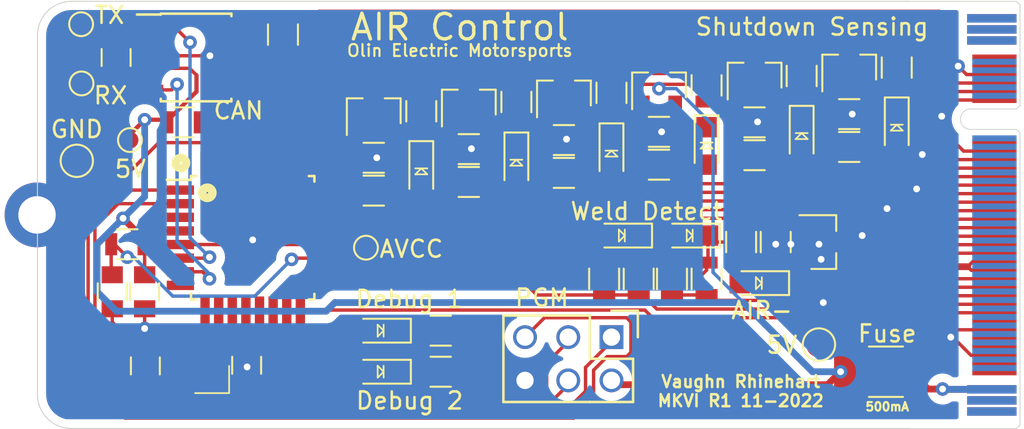
<source format=kicad_pcb>
(kicad_pcb (version 20211014) (generator pcbnew)
  (layers (0 "F.Cu" signal) (31 "B.Cu" signal) (34 "B.Paste" user) (35 "F.Paste" user) (36 "B.SilkS" user "B.Silkscreen") (37 "F.SilkS" user "F.Silkscreen") (38 "B.Mask" user) (39 "F.Mask" user) (44 "Edge.Cuts" user))
  (net 0 "")
  (net 1 "+5V")
  (net 2 "GND")
  (net 3 "Net-(C2-Pad1)")
  (net 4 "Net-(C3-Pad1)")
  (net 5 "Net-(C4-Pad1)")
  (net 6 "Net-(D2-Pad2)")
  (net 7 "Net-(D3-Pad2)")
  (net 8 "Net-(D4-Pad2)")
  (net 9 "Net-(D5-Pad2)")
  (net 10 "Net-(D6-Pad2)")
  (net 11 "Net-(D7-Pad2)")
  (net 12 "Net-(D8-Pad2)")
  (net 13 "Net-(D9-Pad2)")
  (net 14 "Net-(D10-Pad2)")
  (net 15 "Net-(F1-Pad2)")
  (net 16 "/MISO")
  (net 17 "/SCK")
  (net 18 "/MOSI")
  (net 19 "/RESET")
  (net 22 "/CAN_+")
  (net 23 "/CAN_-")
  (net 24 "/PRECHARGE")
  (net 25 "/TSMS")
  (net 26 "/IMD")
  (net 27 "/MPC")
  (net 28 "/HVD_CONN")
  (net 29 "/HVD")
  (net 30 "/BMS")
  (net 31 "/IMD_STATUS")
  (net 32 "/PRECHARGE_DISCHARGE_STATUS")
  (net 33 "/AIR+_WELD_DETECT")
  (net 34 "/AIR-_WELD_DETECT")
  (net 35 "/AIR-_LSD")
  (net 76 "Net-(PD1-Pad2)")
  (net 77 "Net-(PD1-Pad1)")
  (net 78 "Net-(PD2-Pad2)")
  (net 79 "Net-(PD2-Pad1)")
  (net 81 "/CAN Tcvr./CAN TX")
  (net 82 "/CAN Tcvr./CAN RX")
  (net 88 "/BMS_IN")
  (net 89 "/HVD_IN")
  (net 90 "/HVD_CONN_IN")
  (net 91 "/MPC_IN")
  (net 92 "/IMD_IN")
  (net 93 "/TSMS_IN")
  (net 98 "/AIR-_LSD_OUT")
  (footprint "footprints:TQFP-32_7x7mm_Pitch0.8mm" (layer "F.Cu") (at 170.18 74.041)
    (fp_text reference "U1" hide)
    (fp_text value "ATMEGA16M1" hide)
  )
  (footprint "footprints:R_0805_OEM" (layer "F.Cu") (at 200.914 74.295 -90)
    (fp_text reference "R10" hide)
    (fp_text value "R_10K" hide)
  )
  (footprint "TestPoint:TestPoint_Pad_D1.0mm" (layer "F.Cu") (at 176.8348 74.6252)
    (fp_text reference "TP2" hide)
    (fp_text value "Test_Point_SMD" hide)
  )
  (footprint "footprints:Automotive_M.2_Edge_Connector" (layer "F.Cu") (at 215.265 72.7 -90)
    (fp_text reference "J2" hide)
    (fp_text value "M.2 Edge Connector" hide)
    (fp_line (start -4.825 0) (end 12.35 0) (layer "Edge.Cuts") (width 0.05))
    (fp_line (start -5.025 0.2) (end -4.825 0) (layer "Edge.Cuts") (width 0.05))
    (fp_line (start -6.225 2.9) (end -6.225 0.2) (layer "Edge.Cuts") (width 0.05))
    (fp_line (start -12.55 0.2) (end -12.35 0) (layer "Edge.Cuts") (width 0.05))
    (fp_line (start -6.225 0.2) (end -6.425 0) (layer "Edge.Cuts") (width 0.05))
    (fp_line (start -5.025 2.9) (end -5.025 0.2) (layer "Edge.Cuts") (width 0.05))
    (fp_line (start -12.55 0.2) (end -12.55 6.5) (layer "Edge.Cuts") (width 0.05))
    (fp_line (start 12.55 0.2) (end 12.55 6.5) (layer "Edge.Cuts") (width 0.05))
    (fp_line (start -12.35 0) (end -6.425 0) (layer "Edge.Cuts") (width 0.05))
    (fp_line (start 12.55 0.2) (end 12.35 0) (layer "Edge.Cuts") (width 0.05))
    (fp_arc (start -5.025 2.9) (mid -5.625 3.5) (end -6.225 2.9) (layer "Edge.Cuts") (width 0.05))
  )
  (footprint "footprints:R_0805_OEM" (layer "F.Cu") (at 182.88 70.7644)
    (fp_text reference "R26" hide)
    (fp_text value "R_1K" hide)
  )
  (footprint "TestPoint:TestPoint_Pad_D1.5mm" (layer "F.Cu") (at 159.8422 69.5198)
    (fp_text reference "TP7" hide)
    (fp_text value "Test_Point_SMD" hide)
  )
  (footprint "footprints:SOT-23F" (layer "F.Cu") (at 188.468 65.566 90)
    (fp_text reference "Q5" hide)
    (fp_text value "SSM3K333R" hide)
  )
  (footprint "footprints:R_0805_OEM" (layer "F.Cu") (at 171.958 62.103 -90)
    (fp_text reference "R30" hide)
    (fp_text value "R_120_DNP" hide)
  )
  (footprint "footprints:R_0805_OEM" (layer "F.Cu") (at 162.814 74.422 180)
    (fp_text reference "R1" hide)
    (fp_text value "R_100" hide)
  )
  (footprint "footprints:R_0805_OEM" (layer "F.Cu") (at 205.232 68.707)
    (fp_text reference "R14" hide)
    (fp_text value "R_1K" hide)
  )
  (footprint "TestPoint:TestPoint_Pad_D1.0mm" (layer "F.Cu") (at 160.0962 61.4934)
    (fp_text reference "TP3" hide)
    (fp_text value "Test_Point_SMD" hide)
  )
  (footprint "footprints:LED_0805_OEM" (layer "F.Cu") (at 177.673 79.502 180)
    (fp_text reference "PD2" hide)
    (fp_text value "LED_0805" hide)
  )
  (footprint "footprints:R_0805_OEM" (layer "F.Cu") (at 185.674 66.063 90)
    (fp_text reference "R24" hide)
    (fp_text value "R_10K" hide)
  )
  (footprint "footprints:Pin_Header_Straight_2x03" (layer "F.Cu") (at 191.262 79.883 -90)
    (fp_text reference "J1" hide)
    (fp_text value "Programming" hide)
  )
  (footprint "footprints:LED_0805_OEM" (layer "F.Cu") (at 202.438 68.092 -90)
    (fp_text reference "D6" hide)
    (fp_text value "LED_0805" hide)
  )
  (footprint "footprints:SOIC-8_3.9x4.9mm_Pitch1.27mm_OEM" (layer "F.Cu") (at 166.8526 63.4492)
    (fp_text reference "U2" hide)
    (fp_text value "MCP2561-E_SN" hide)
  )
  (footprint "footprints:R_0805_OEM" (layer "F.Cu") (at 194.056 69.7484)
    (fp_text reference "R20" hide)
    (fp_text value "R_1K" hide)
  )
  (footprint "footprints:R_0805_OEM" (layer "F.Cu") (at 180.086 66.609 90)
    (fp_text reference "R27" hide)
    (fp_text value "R_10K" hide)
  )
  (footprint "footprints:SOT-23F" (layer "F.Cu") (at 199.671 64.516 90)
    (fp_text reference "Q3" hide)
    (fp_text value "SSM3K333R" hide)
  )
  (footprint "footprints:LED_0805_OEM" (layer "F.Cu") (at 191.262 69.122 -90)
    (fp_text reference "D8" hide)
    (fp_text value "LED_0805" hide)
  )
  (footprint "footprints:R_0805_OEM" (layer "F.Cu") (at 199.6694 67.2592)
    (fp_text reference "R16" hide)
    (fp_text value "R_100K" hide)
  )
  (footprint "footprints:R_0805_OEM" (layer "F.Cu") (at 194.818 76.454 90)
    (fp_text reference "R8" hide)
    (fp_text value "R_200" hide)
  )
  (footprint "TestPoint:TestPoint_Pad_D1.5mm" (layer "F.Cu") (at 203.454 80.3148)
    (fp_text reference "TP5" hide)
    (fp_text value "Test_Point_SMD" hide)
  )
  (footprint "footprints:Crystal_SMD_FA238" (layer "F.Cu") (at 166.794 81.572 180)
    (fp_text reference "Y1" hide)
    (fp_text value "Crystal_SMD" hide)
  )
  (footprint "footprints:R_0805_OEM" (layer "F.Cu") (at 196.85 65.09 90)
    (fp_text reference "R18" hide)
    (fp_text value "R_10K" hide)
  )
  (footprint "footprints:R_0805_OEM" (layer "F.Cu") (at 181.229 79.502)
    (fp_text reference "R3" hide)
    (fp_text value "R_200" hide)
  )
  (footprint "MountingHole:MountingHole_2.2mm_M2_DIN965_Pad" (layer "F.Cu") (at 157.5054 72.7)
    (fp_text reference "REF**" hide)
    (fp_text value "MountingHole_2.2mm_M2_DIN965_Pad" hide)
  )
  (footprint "footprints:R_0805_OEM" (layer "F.Cu") (at 188.468 68.3006)
    (fp_text reference "R22" hide)
    (fp_text value "R_100K" hide)
  )
  (footprint "footprints:Fuse_1210" (layer "F.Cu") (at 207.391 81.915)
    (fp_text reference "F1" hide)
    (fp_text value "F_500mA_16V" hide)
  )
  (footprint "footprints:LED_0805_OEM" (layer "F.Cu") (at 177.673 81.915 180)
    (fp_text reference "PD1" hide)
    (fp_text value "LED_0805" hide)
  )
  (footprint "footprints:SOT-23F" (layer "F.Cu") (at 177.292 66.609 90)
    (fp_text reference "Q7" hide)
    (fp_text value "SSM3K333R" hide)
  )
  (footprint "footprints:SOT-23F" (layer "F.Cu") (at 205.232 64.042 90)
    (fp_text reference "Q2" hide)
    (fp_text value "SSM3K333R" hide)
  )
  (footprint "footprints:R_0805_OEM" (layer "F.Cu") (at 198.882 74.295 -90)
    (fp_text reference "R7" hide)
    (fp_text value "R_200" hide)
  )
  (footprint "footprints:C_0805_OEM" (layer "F.Cu") (at 169.8244 81.534 -90)
    (fp_text reference "C3" hide)
    (fp_text value "C_30pF" hide)
  )
  (footprint "footprints:R_0805_OEM" (layer "F.Cu") (at 182.88 68.834)
    (fp_text reference "R25" hide)
    (fp_text value "R_100K" hide)
  )
  (footprint "footprints:R_0805_OEM" (layer "F.Cu") (at 166.116 67.2592 180)
    (fp_text reference "R4" hide)
    (fp_text value "R_10K" hide)
  )
  (footprint "TestPoint:TestPoint_Pad_D1.0mm" (layer "F.Cu") (at 160.1216 64.9732)
    (fp_text reference "TP4" hide)
    (fp_text value "Test_Point_SMD" hide)
  )
  (footprint "footprints:R_0805_OEM" (layer "F.Cu") (at 188.468 70.231)
    (fp_text reference "R23" hide)
    (fp_text value "R_1K" hide)
  )
  (footprint "footprints:LED_0805_OEM" (layer "F.Cu") (at 196.85 68.646 -90)
    (fp_text reference "D7" hide)
    (fp_text value "LED_0805" hide)
  )
  (footprint "footprints:R_0805_OEM" (layer "F.Cu") (at 208.026 64.042 90)
    (fp_text reference "R12" hide)
    (fp_text value "R_10K" hide)
  )
  (footprint "footprints:R_0805_OEM" (layer "F.Cu") (at 177.292 69.342)
    (fp_text reference "R28" hide)
    (fp_text value "R_100K" hide)
  )
  (footprint "footprints:SOT-23F" (layer "F.Cu") (at 194.056 65.09 90)
    (fp_text reference "Q4" hide)
    (fp_text value "SSM3K333R" hide)
  )
  (footprint "footprints:LED_0805_OEM" (layer "F.Cu") (at 191.8462 73.914 180)
    (fp_text reference "D2" hide)
    (fp_text value "LED_0805" hide)
  )
  (footprint "footprints:R_0805_OEM" (layer "F.Cu") (at 194.056 67.818)
    (fp_text reference "R19" hide)
    (fp_text value "R_100K" hide)
  )
  (footprint "footprints:R_0805_OEM" (layer "F.Cu") (at 205.232 66.7766)
    (fp_text reference "R13" hide)
    (fp_text value "R_100K" hide)
  )
  (footprint "footprints:LED_0805_OEM" (layer "F.Cu") (at 180.086 70.165 -90)
    (fp_text reference "D10" hide)
    (fp_text value "LED_0805" hide)
  )
  (footprint "footprints:LED_0805_OEM" (layer "F.Cu") (at 195.834 73.914 180)
    (fp_text reference "D4" hide)
    (fp_text value "LED_0805" hide)
  )
  (footprint "footprints:R_0805_OEM" (layer "F.Cu") (at 196.85 76.454 90)
    (fp_text reference "R11" hide)
    (fp_text value "R_10K" hide)
  )
  (footprint "footprints:C_0805_OEM" (layer "F.Cu") (at 162.1536 63.4492 90)
    (fp_text reference "C7" hide)
    (fp_text value "C_0.1uF" hide)
  )
  (footprint "footprints:R_0805_OEM" (layer "F.Cu") (at 191.262 65.528 90)
    (fp_text reference "R21" hide)
    (fp_text value "R_10K" hide)
  )
  (footprint "footprints:R_0805_OEM" (layer "F.Cu") (at 192.8622 76.454 90)
    (fp_text reference "R9" hide)
    (fp_text value "R_10K" hide)
  )
  (footprint "footprints:R_0805_OEM" (layer "F.Cu") (at 181.229 81.915)
    (fp_text reference "R2" hide)
    (fp_text value "R_200" hide)
  )
  (footprint "footprints:SOT-23F" (layer "F.Cu") (at 182.88 66.101 90)
    (fp_text reference "Q6" hide)
    (fp_text value "SSM3K333R" hide)
  )
  (footprint "footprints:R_0805_OEM" (layer "F.Cu") (at 199.6694 69.1896)
    (fp_text reference "R17" hide)
    (fp_text value "R_1K" hide)
  )
  (footprint "footprints:C_0805_OEM" (layer "F.Cu") (at 163.83 77.216 -90)
    (fp_text reference "C1" hide)
    (fp_text value "C_0.1uF" hide)
  )
  (footprint "footprints:R_0805_OEM" (layer "F.Cu") (at 177.292 71.2724)
    (fp_text reference "R29" hide)
    (fp_text value "R_1K" hide)
  )
  (footprint "footprints:R_0805_OEM" (layer "F.Cu") (at 202.438 64.536 90)
    (fp_text reference "R15" hide)
    (fp_text value "R_10K" hide)
  )
  (footprint "TestPoint:TestPoint_Pad_D1.0mm" (layer "F.Cu") (at 162.9664 68.3006)
    (fp_text reference "TP1" hide)
    (fp_text value "Test_Point_SMD" hide)
  )
  (footprint "footprints:C_0805_OEM" (layer "F.Cu") (at 161.925 77.216 -90)
    (fp_text reference "C2" hide)
    (fp_text value "C_100pF" hide)
  )
  (footprint "footprints:SOT-23F" (layer "F.Cu") (at 203.708 74.295)
    (fp_text reference "Q1" hide)
    (fp_text value "SSM3K333R" hide)
  )
  (footprint "footprints:LED_0805_OEM" (layer "F.Cu") (at 185.674 69.657 -90)
    (fp_text reference "D9" hide)
    (fp_text value "LED_0805" hide)
  )
  (footprint "footprints:LED_0805_OEM" (layer "F.Cu") (at 199.898 76.708 180)
    (fp_text reference "D3" hide)
    (fp_text value "LED_0805" hide)
  )
  (footprint "footprints:LED_0805_OEM" (layer "F.Cu") (at 208.026 67.598 -90)
    (fp_text reference "D5" hide)
    (fp_text value "LED_0805" hide)
  )
  (footprint "footprints:R_0805_OEM" (layer "F.Cu") (at 190.8302 76.454 90)
    (fp_text reference "R6" hide)
    (fp_text value "R_200" hide)
  )
  (footprint "footprints:C_0805_OEM" (layer "F.Cu") (at 163.873 81.572 90)
    (fp_text reference "C4" hide)
    (fp_text value "C_30pF" hide)
  )
  (gr_arc (start 157.5308 62.15) (mid 158.116586 60.735786) (end 159.5308 60.15) (layer "Edge.Cuts") (width 0.06))
  (gr_arc (start 159.529214 85.25) (mid 158.115621 84.663482) (end 157.5308 83.249186) (layer "Edge.Cuts") (width 0.06))
  (gr_line (start 208.765 60.15) (end 159.5308 60.15) (layer "Edge.Cuts") (width 0.06))
  (gr_line (start 157.5308 62.15) (end 157.5308 83.249186) (layer "Edge.Cuts") (width 0.06))
  (gr_line (start 159.529214 85.25) (end 208.765 85.25) (layer "Edge.Cuts") (width 0.06))
  (gr_text "Debug 1" (at 179.3748 77.6478) (layer "F.SilkS") (effects (font (size 1 1))))
  (gr_text "Debug 2" (at 179.4002 83.6168) (layer "F.SilkS") (effects (font (size 1 1))))
  (gr_text "AIR Control" (at 182.3466 61.6712) (layer "F.SilkS") (effects (font (size 1.5 1.5) (thickness 0.2))))
  (gr_text "Fuse" (at 207.4672 79.6798) (layer "F.SilkS") (effects (font (size 1 1))))
  (gr_text "Shutdown Sensing" (at 203.0476 61.6458) (layer "F.SilkS") (effects (font (size 1 1))))
  (gr_text "PGM" (at 187.1726 77.5716) (layer "F.SilkS") (effects (font (size 1 1))))
  (gr_text "5V" (at 162.9918 70.0024) (layer "F.SilkS") (effects (font (size 1 1))))
  (gr_text "RX" (at 161.8234 65.6844) (layer "F.SilkS") (effects (font (size 1 1))))
  (gr_text "GND\n" (at 159.8422 67.6656) (layer "F.SilkS") (effects (font (size 1 1))))
  (gr_text "500mA" (at 207.4672 83.9724) (layer "F.SilkS") (effects (font (size 0.5 0.5) (thickness 0.125))))
  (gr_text "AIR-" (at 200.1012 78.3082) (layer "F.SilkS") (effects (font (size 1 1))))
  (gr_text "Olin Electric Motorsports" (at 182.3466 63.0428) (layer "F.SilkS") (effects (font (size 0.7 0.7) (thickness 0.125))))
  (gr_text "TX" (at 161.7726 60.96) (layer "F.SilkS") (effects (font (size 1 1))))
  (gr_text "CAN" (at 169.3418 66.5734) (layer "F.SilkS") (effects (font (size 1 1))))
  (gr_text "Vaughn Rhinehart\nMKVI R1 11-2022" (at 198.8566 83.058) (layer "F.SilkS") (effects (font (size 0.7 0.7))))
  (gr_text "Weld Detect" (at 193.3194 72.4916) (layer "F.SilkS") (effects (font (size 1 1))))
  (gr_text "5V\n" (at 201.2696 80.3402) (layer "F.SilkS") (effects (font (size 1 1))))
  (gr_text "AVCC" (at 179.5018 74.7014) (layer "F.SilkS") (effects (font (size 1 1))))
  (segment (start 194.056 65.278) (end 194.056 65.024) (width 0.2) (layer "F.Cu") (net 1))
  (segment (start 166.878 64.4906) (end 166.878 65.4558) (width 0.25) (layer "F.Cu") (net 1))
  (segment (start 186.944 65.532) (end 186.436 66.04) (width 0.2) (layer "F.Cu") (net 1))
  (segment (start 192.151 65.532) (end 191.389 65.532) (width 0.2) (layer "F.Cu") (net 1))
  (segment (start 163.764 74.422) (end 163.957 74.422) (width 0.2) (layer "F.Cu") (net 1))
  (segment (start 202.438 65.486) (end 202.438 64.516) (width 0.2) (layer "F.Cu") (net 1))
  (segment (start 166.878 64.4906) (end 166.4716 64.0842) (width 0.2) (layer "F.Cu") (net 1))
  (segment (start 203.454 80.3148) (end 204.1906 80.3148) (width 0.25) (layer "F.Cu") (net 1))
  (segment (start 181.356 66.04) (end 180.848 66.548) (width 0.2) (layer "F.Cu") (net 1))
  (segment (start 204.724 81.915) (end 203.962 82.677) (width 0.4) (layer "F.Cu") (net 1))
  (segment (start 186.436 66.04) (end 185.674 66.04) (width 0.2) (layer "F.Cu") (net 1))
  (segment (start 162.56 72.898) (end 163.764 74.102) (width 0.4) (layer "F.Cu") (net 1))
  (segment (start 162.9664 67.9704) (end 163.83 67.1068) (width 0.25) (layer "F.Cu") (net 1))
  (segment (start 196.85 65.151) (end 196.977 65.024) (width 0.2) (layer "F.Cu") (net 1))
  (segment (start 191.389 65.532) (end 186.944 65.532) (width 0.2) (layer "F.Cu") (net 1))
  (segment (start 165.2778 67.056) (end 165.166 67.056) (width 0.25) (layer "F.Cu") (net 1))
  (segment (start 207.645 64.008) (end 203.708 64.008) (width 0.2) (layer "F.Cu") (net 1))
  (segment (start 180.848 66.548) (end 180.086 66.548) (width 0.2) (layer "F.Cu") (net 1))
  (segment (start 163.83 76.216) (end 163.83 74.488) (width 0.2) (layer "F.Cu") (net 1))
  (segment (start 208.026 64.389) (end 207.645 64.008) (width 0.2) (layer "F.Cu") (net 1))
  (segment (start 194.056 65.024) (end 192.659 65.024) (width 0.2) (layer "F.Cu") (net 1))
  (segment (start 191.262 66.478) (end 191.262 65.659) (width 0.2) (layer "F.Cu") (net 1))
  (segment (start 203.2 64.516) (end 202.438 64.516) (width 0.2) (layer "F.Cu") (net 1))
  (segment (start 197.612 65.024) (end 196.977 65.024) (width 0.2) (layer "F.Cu") (net 1))
  (segment (start 196.977 65.024) (end 194.056 65.024) (width 0.2) (layer "F.Cu") (net 1))
  (segment (start 163.764 74.102) (end 163.764 74.422) (width 0.4) (layer "F.Cu") (net 1))
  (segment (start 162.1536 64.4492) (end 163.7876 64.4492) (width 0.2) (layer "F.Cu") (net 1))
  (segment (start 203.708 64.008) (end 203.2 64.516) (width 0.2) (layer "F.Cu") (net 1))
  (segment (start 164.738 73.641) (end 165.93 73.641) (width 0.2) (layer "F.Cu") (net 1))
  (segment (start 185.674 67.013) (end 185.674 66.04) (width 0.2) (layer "F.Cu") (net 1))
  (segment (start 166.878 65.4558) (end 165.2778 67.056) (width 0.25) (layer "F.Cu") (net 1))
  (segment (start 192.659 65.024) (end 192.151 65.532) (width 0.2) (layer "F.Cu") (net 1))
  (segment (start 198.12 64.516) (end 197.612 65.024) (width 0.2) (layer "F.Cu") (net 1))
  (segment (start 163.957 74.422) (end 164.738 73.641) (width 0.2) (layer "F.Cu") (net 1))
  (segment (start 205.7908 81.915) (end 205.941 81.915) (width 0.25) (layer "F.Cu") (net 1))
  (segment (start 166.4716 64.0842) (end 164.1526 64.0842) (width 0.2) (layer "F.Cu") (net 1))
  (segment (start 208.026 64.992) (end 208.026 64.389) (width 0.2) (layer "F.Cu") (net 1))
  (segment (start 202.438 64.516) (end 198.12 64.516) (width 0.2) (layer "F.Cu") (net 1))
  (segment (start 163.83 74.488) (end 163.764 74.422) (width 0.2) (layer "F.Cu") (net 1))
  (segment (start 165.1152 67.1068) (end 163.83 67.1068) (width 0.25) (layer "F.Cu") (net 1))
  (segment (start 180.086 67.559) (end 180.086 66.548) (width 0.2) (layer "F.Cu") (net 1))
  (segment (start 196.85 66.04) (end 196.85 65.151) (width 0.2) (layer "F.Cu") (net 1))
  (segment (start 204.1906 80.3148) (end 205.7908 81.915) (width 0.25) (layer "F.Cu") (net 1))
  (segment (start 163.7876 64.4492) (end 164.1526 64.0842) (width 0.2) (layer "F.Cu") (net 1))
  (segment (start 162.9664 68.3006) (end 162.9664 67.9704) (width 0.25) (layer "F.Cu") (net 1))
  (segment (start 165.166 67.056) (end 165.1152 67.1068) (width 0.25) (layer "F.Cu") (net 1))
  (segment (start 185.674 66.04) (end 181.356 66.04) (width 0.2) (layer "F.Cu") (net 1))
  (segment (start 203.962 82.677) (end 191.262 82.677) (width 0.4) (layer "F.Cu") (net 1))
  (segment (start 191.262 65.659) (end 191.389 65.532) (width 0.2) (layer "F.Cu") (net 1))
  (via (at 162.56 72.898) (size 0.8) (drill 0.4) (layers "F.Cu" "B.Cu") (net 1))
  (via (at 204.724 81.915) (size 0.8) (drill 0.4) (layers "F.Cu" "B.Cu") (net 1))
  (via (at 194.056 65.278) (size 0.8) (drill 0.4) (layers "F.Cu" "B.Cu") (net 1))
  (via (at 163.83 67.1068) (size 0.8) (drill 0.4) (layers "F.Cu" "B.Cu") (net 1))
  (segment (start 197.231 67.437) (end 197.231 76.073) (width 0.2) (layer "B.Cu") (net 1))
  (segment (start 175.006 77.851) (end 199.009 77.851) (width 0.4) (layer "B.Cu") (net 1))
  (segment (start 163.83 71.628) (end 162.56 72.898) (width 0.4) (layer "B.Cu") (net 1))
  (segment (start 162.56 72.898) (end 161.036 74.422) (width 0.4) (layer "B.Cu") (net 1))
  (segment (start 174.498 78.359) (end 175.006 77.851) (width 0.4) (layer "B.Cu") (net 1))
  (segment (start 199.009 77.851) (end 202.565 81.407) (width 0.4) (layer "B.Cu") (net 1))
  (segment (start 202.565 81.407) (end 203.073 81.915) (width 0.4) (layer "B.Cu") (net 1))
  (segment (start 203.073 81.915) (end 204.724 81.915) (width 0.4) (layer "B.Cu") (net 1))
  (segment (start 161.036 74.422) (end 161.036 77.216) (width 0.4) (layer "B.Cu") (net 1))
  (segment (start 197.231 76.073) (end 202.565 81.407) (width 0.2) (layer "B.Cu") (net 1))
  (segment (start 195.072 65.278) (end 197.231 67.437) (width 0.2) (layer "B.Cu") (net 1))
  (segment (start 162.179 78.359) (end 174.498 78.359) (width 0.4) (layer "B.Cu") (net 1))
  (segment (start 161.036 77.216) (end 162.179 78.359) (width 0.4) (layer "B.Cu") (net 1))
  (segment (start 163.83 67.1068) (end 163.83 71.628) (width 0.4) (layer "B.Cu") (net 1))
  (segment (start 194.056 65.278) (end 195.072 65.278) (width 0.2) (layer "B.Cu") (net 1))
  (segment (start 203.708 77.851) (end 203.807 77.95) (width 0.2) (layer "F.Cu") (net 2))
  (segment (start 200.621 66.382) (end 200.621 67.31) (width 0.2) (layer "F.Cu") (net 2))
  (segment (start 169.715 82.572) (end 168.094 82.572) (width 0.2) (layer "F.Cu") (net 2))
  (segment (start 183.83 67.151) (end 183.83 68.133) (width 0.2) (layer "F.Cu") (net 2))
  (segment (start 193.167 76.2) (end 192.8622 75.8952) (width 0.2) (layer "F.Cu") (net 2))
  (segment (start 196.934 75.42) (end 196.85 75.504) (width 0.2) (layer "F.Cu") (net 2))
  (segment (start 189.3672 68.2498) (end 189.418 68.3006) (width 0.4) (layer "F.Cu") (net 2))
  (segment (start 202.438 66.992) (end 200.939 66.992) (width 0.2) (layer "F.Cu") (net 2))
  (segment (start 182.179 79.502) (end 182.179 80.706) (width 0.2) (layer "F.Cu") (net 2))
  (segment (start 164.686 63.3476) (end 164.1526 62.8142) (width 0.2) (layer "F.Cu") (net 2))
  (segment (start 200.939 66.992) (end 200.621 67.31) (width 0.2) (layer "F.Cu") (net 2))
  (segment (start 196.85 75.946) (end 196.596 76.2) (width 0.2) (layer "F.Cu") (net 2))
  (segment (start 211.952 68.95) (end 213.765 68.95) (width 0.2) (layer "F.Cu") (net 2))
  (segment (start 159.8422 69.5198) (end 157.6558 71.7062) (width 0.25) (layer "F.Cu") (net 2))
  (segment (start 203.807 77.95) (end 213.765 77.95) (width 0.2) (layer "F.Cu") (net 2))
  (segment (start 191.262 68.022) (end 189.756 68.022) (width 0.2) (layer "F.Cu") (net 2))
  (segment (start 163.83 80.529) (end 163.873 80.572) (width 0.2) (layer "F.Cu") (net 2))
  (segment (start 162.1536 62.4492) (end 163.7876 62.4492) (width 0.2) (layer "F.Cu") (net 2))
  (segment (start 199.771 74.295) (end 197.315 74.295) (width 0.2) (layer "F.Cu") (net 2))
  (segment (start 183.8046 68.8086) (end 183.83 68.834) (width 0.4) (layer "F.Cu") (net 2))
  (segment (start 200.998 75.329) (end 200.914 75.245) (width 0.2) (layer "F.Cu") (net 2))
  (segment (start 206.182 65.852) (end 206.182 66.836) (width 0.2) (layer "F.Cu") (net 2))
  (segment (start 167.6654 63.1266) (end 169.578 61.214) (width 0.2) (layer "F.Cu") (net 2))
  (segment (start 170.453 74.441) (end 174.43 74.441) (width 0.2) (layer "F.Cu") (net 2))
  (segment (start 169.907 74.441) (end 170.18 74.168) (width 0.2) (layer "F.Cu") (net 2))
  (segment (start 213.765 65.95) (end 211.3672 65.95) (width 0.2) (layer "F.Cu") (net 2))
  (segment (start 196.596 76.2) (end 193.167 76.2) (width 0.2) (layer "F.Cu") (net 2))
  (segment (start 204.5462 75.311) (end 205.6852 76.45) (width 0.2) (layer "F.Cu") (net 2))
  (segment (start 182.179 80.706) (end 182.179 81.915) (width 0.2) (layer "F.Cu") (net 2))
  (segment (start 211.6328 63.9572) (end 212.1256 64.45) (width 0.2) (layer "F.Cu") (net 2))
  (segment (start 212.39 80.95) (end 211.323 79.883) (width 0.2) (layer "F.Cu") (net 2))
  (segment (start 200.721 75.245) (end 199.771 74.295) (width 0.2) (layer "F.Cu") (net 2))
  (segment (start 205.6852 76.45) (end 213.765 76.45) (width 0.2) (layer "F.Cu") (net 2))
  (segment (start 177.4698 69.342) (end 178.242 69.342) (width 0.4) (layer "F.Cu") (net 2))
  (segment (start 200.621 65.566) (end 200.621 66.382) (width 0.2) (layer "F.Cu") (net 2))
  (segment (start 195.006 67.884) (end 195.006 66.99) (width 0.2) (layer "F.Cu") (net 2))
  (segment (start 183.83 68.133) (end 183.83 68.895) (width 0.2) (layer "F.Cu") (net 2))
  (segment (start 197.315 74.295) (end 196.934 73.914) (width 0.2) (layer "F.Cu") (net 2))
  (segment (start 163.83 79.375) (end 163.83 80.529) (width 0.2) (layer "F.Cu") (net 2))
  (segment (start 170.18 74.168) (end 170.453 74.441) (width 0.2) (layer "F.Cu") (net 2))
  (segment (start 161.925 78.216) (end 161.925 78.994) (width 0.2) (layer "F.Cu") (net 2))
  (segment (start 185.674 68.557) (end 184.168 68.557) (width 0.2) (layer "F.Cu") (net 2))
  (segment (start 205.4098 66.7766) (end 206.182 66.7766) (width 0.4) (layer "F.Cu") (net 2))
  (segment (start 157.6558 71.7062) (end 157.6558 72.39) (width 0.25) (layer "F.Cu") (net 2))
  (segment (start 184.465 80.706) (end 182.179 80.706) (width 0.2) (layer "F.Cu") (net 2))
  (segment (start 211.323 79.883) (end 211.201 79.883) (width 0.2) (layer "F.Cu") (net 2))
  (segment (start 183.0324 68.8086) (end 183.8046 68.8086) (width 0.4) (layer "F.Cu") (net 2))
  (segment (start 213.765 73.45) (end 208.578 73.45) (width 0.2) (layer "F.Cu") (net 2))
  (segment (start 212.1256 64.45) (end 213.765 64.45) (width 0.2) (layer "F.Cu") (net 2))
  (segment (start 210.6676 66.6496) (end 210.6676 66.9036) (width 0.2) (layer "F.Cu") (net 2))
  (segment (start 209.193722 71.171478) (end 209.972244 71.95) (width 0.2) (layer "F.Cu") (net 2))
  (segment (start 165.494 80.572) (end 165.694 80.772) (width 0.2) (layer "F.Cu") (net 2))
  (segment (start 189.418 68.36) (end 189.418 67.376) (width 0.2) (layer "F.Cu") (net 2))
  (segment (start 209.5363 69.1505) (end 210.8358 70.45) (width 0.2) (layer "F.Cu") (net 2))
  (segment (start 207.03 74.95) (end 213.765 74.95) (width 0.2) (layer "F.Cu") (net 2))
  (segment (start 203.581 75.311) (end 204.5462 75.311) (width 0.2) (layer "F.Cu") (net 2))
  (segment (start 186.182 82.423) (end 184.465 80.706) (width 0.2) (layer "F.Cu") (net 2))
  (segment (start 169.8498 82.4372) (end 169.715 82.572) (width 0.2) (layer "F.Cu") (net 2))
  (segment (start 209.5246 69.1505) (end 209.5363 69.1505) (width 0.2) (layer "F.Cu") (net 2))
  (segment (start 211.634 79.45) (end 211.201 79.883) (width 0.2) (layer "F.Cu") (net 2))
  (segment (start 192.9462 73.914) (end 192.9462 75.42) (width 0.2) (layer "F.Cu") (net 2))
  (segment (start 169.8498 81.633502) (end 169.8498 82.4372) (width 0.2) (layer "F.Cu") (net 2))
  (segment (start 189.418 67.376) (end 189.418 66.616) (width 0.2) (layer "F.Cu") (net 2))
  (segment (start 192.8622 75.8952) (end 192.8622 75.504) (width 0.2) (layer "F.Cu") (net 2))
  (segment (start 162.306 79.375) (end 163.83 79.375) (width 0.2) (layer "F.Cu") (net 2))
  (segment (start 178.242 68.514) (end 178.242 69.403) (width 0.2) (layer "F.Cu") (net 2))
  (segment (start 210.6676 66.9036) (end 210.6676 67.6656) (width 0.2) (layer "F.Cu") (net 2))
  (segment (start 184.168 68.557) (end 183.83 68.895) (width 0.2) (layer "F.Cu") (net 2))
  (segment (start 196.934 73.914) (end 196.934 75.42) (width 0.2) (layer "F.Cu") (net 2))
  (segment (start 167.6654 63.3476) (end 167.6654 63.1266) (width 0.2) (layer "F.Cu") (net 2))
  (segment (start 211.3672 65.95) (end 210.6676 66.6496) (width 0.2) (layer "F.Cu") (net 2))
  (segment (start 208.026 66.498) (end 206.52 66.498) (width 0.2) (layer "F.Cu") (net 2))
  (segment (start 206.52 66.498) (end 206.182 66.836) (width 0.2) (layer "F.Cu") (net 2))
  (segment (start 196.85 67.546) (end 195.344 67.546) (width 0.2) (layer "F.Cu") (net 2))
  (segment (start 167.6654 63.3476) (end 164.686 63.3476) (width 0.2) (layer "F.Cu") (net 2))
  (segment (start 178.58 69.065) (end 178.242 69.403) (width 0.2) (layer "F.Cu") (net 2))
  (segment (start 200.998 77.089) (end 200.998 75.329) (width 0.2) (layer "F.Cu") (net 2))
  (segment (start 210.6676 67.6656) (end 211.952 68.95) (width 0.2) (layer "F.Cu") (net 2))
  (segment (start 208.578 73.45) (end 207.4545 72.3265) (width 0.2) (layer "F.Cu") (net 2))
  (segment (start 213.765 80.95) (end 212.39 80.95) (width 0.2) (layer "F.Cu") (net 2))
  (segment (start 209.972244 71.95) (end 213.765 71.95) (width 0.2) (layer "F.Cu") (net 2))
  (segment (start 180.086 69.065) (end 178.58 69.065) (width 0.2) (layer "F.Cu") (net 2))
  (segment (start 206.182 65.092) (end 206.182 65.852) (width 0.2) (layer "F.Cu") (net 2))
  (segment (start 194.2084 67.818) (end 195.006 67.818) (width 0.4) (layer "F.Cu") (net 2))
  (segment (start 205.994 73.914) (end 207.03 74.95) (width 0.2) (layer "F.Cu") (net 2))
  (segment (start 165.93 74.441) (end 169.907 74.441) (width 0.2) (layer "F.Cu") (net 2))
  (segment (start 161.925 78.994) (end 162.306 79.375) (width 0.2) (layer "F.Cu") (net 2))
  (segment (start 178.242 67.659) (end 178.242 68.514) (width 0.2) (layer "F.Cu") (net 2))
  (segment (start 163.7876 62.4492) (end 164.1526 62.8142) (width 0.2) (layer "F.Cu") (net 2))
  (segment (start 192.9462 75.42) (end 192.8622 75.504) (width 0.2) (layer "F.Cu") (net 2))
  (segment (start 189.756 68.022) (end 189.418 68.36) (width 0.2) (layer "F.Cu") (net 2))
  (segment (start 210.8358 70.45) (end 213.765 70.45) (width 0.2) (layer "F.Cu") (net 2))
  (segment (start 200.594 67.2338) (end 200.6194 67.2592) (width 0.4) (layer "F.Cu") (net 2))
  (segment (start 163.873 80.572) (end 165.494 80.572) (width 0.2) (layer "F.Cu") (net 2))
  (segment (start 163.83 78.216) (end 163.83 79.375) (width 0.2) (layer "F.Cu") (net 2))
  (segment (start 195.006 66.99) (end 195.006 66.14) (width 0.2) (layer "F.Cu") (net 2))
  (segment (start 213.765 79.45) (end 211.634 79.45) (width 0.2) (layer "F.Cu") (net 2))
  (segment (start 188.6204 68.2498) (end 189.3672 68.2498) (width 0.4) (layer "F.Cu") (net 2))
  (segment (start 195.344 67.546) (end 195.006 67.884) (width 0.2) (layer "F.Cu") (net 2))
  (segment (start 200.914 75.245) (end 200.721 75.245) (width 0.2) (layer "F.Cu") (net 2))
  (segment (start 196.85 75.504) (end 196.85 75.946) (width 0.2) (layer "F.Cu") (net 2))
  (segment (start 199.8472 67.2338) (end 200.594 67.2338) (width 0.4) (layer "F.Cu") (net 2))
  (via (at 163.83 79.375) (size 0.8) (drill 0.4) (layers "F.Cu" "B.Cu") (net 2))
  (via (at 167.6654 63.3476) (size 0.8) (drill 0.4) (layers "F.Cu" "B.Cu") (net 2))
  (via (at 200.914 74.422) (size 0.8) (drill 0.4) (layers "F.Cu" "B.Cu") (net 2))
  (via (at 170.18 74.168) (size 0.8) (drill 0.4) (layers "F.Cu" "B.Cu") (net 2))
  (via (at 203.708 77.851) (size 0.8) (drill 0.4) (layers "F.Cu" "B.Cu") (net 2))
  (via (at 177.4698 69.342) (size 0.8) (drill 0.4) (layers "F.Cu" "B.Cu") (net 2))
  (via (at 199.8472 67.2338) (size 0.8) (drill 0.4) (layers "F.Cu" "B.Cu") (net 2))
  (via (at 203.454 74.422) (size 0.8) (drill 0.4) (layers "F.Cu" "B.Cu") (net 2))
  (via (at 169.8498 81.633502) (size 0.8) (drill 0.4) (layers "F.Cu" "B.Cu") (net 2))
  (via (at 207.4545 72.3265) (size 0.8) (drill 0.4) (layers "F.Cu" "B.Cu") (net 2))
  (via (at 194.2084 67.818) (size 0.8) (drill 0.4) (layers "F.Cu" "B.Cu") (net 2))
  (via (at 211.201 79.883) (size 0.8) (drill 0.4) (layers "F.Cu" "B.Cu") (net 2))
  (via (at 201.803 74.422) (size 0.8) (drill 0.4) (layers "F.Cu" "B.Cu") (net 2))
  (via (at 203.581 75.311) (size 0.8) (drill 0.4) (layers "F.Cu" "B.Cu") (net 2))
  (via (at 205.994 73.914) (size 0.8) (drill 0.4) (layers "F.Cu" "B.Cu") (net 2))
  (via (at 209.5246 69.1505) (size 0.8) (drill 0.4) (layers "F.Cu" "B.Cu") (net 2))
  (via (at 210.6676 66.9036) (size 0.8) (drill 0.4) (layers "F.Cu" "B.Cu") (net 2))
  (via (at 183.0324 68.8086) (size 0.8) (drill 0.4) (layers "F.Cu" "B.Cu") (net 2))
  (via (at 205.4098 66.7766) (size 0.8) (drill 0.4) (layers "F.Cu" "B.Cu") (net 2))
  (via (at 211.6328 63.9572) (size 0.8) (drill 0.4) (layers "F.Cu" "B.Cu") (net 2))
  (via (at 188.6204 68.2498) (size 0.8) (drill 0.4) (layers "F.Cu" "B.Cu") (net 2))
  (via (at 209.193722 71.171478) (size 0.8) (drill 0.4) (layers "F.Cu" "B.Cu") (net 2))
  (segment (start 172.536 75.241) (end 172.466 75.311) (width 0.2) (layer "F.Cu") (net 3))
  (segment (start 161.864 76.155) (end 161.925 76.216) (width 0.2) (layer "F.Cu") (net 3))
  (segment (start 162.052 74.422) (end 162.814 75.184) (width 0.2) (layer "F.Cu") (net 3))
  (segment (start 176.219 75.241) (end 176.8348 74.6252) (width 0.25) (layer "F.Cu") (net 3))
  (segment (start 174.43 75.241) (end 176.219 75.241) (width 0.25) (layer "F.Cu") (net 3))
  (segment (start 161.864 74.422) (end 162.052 74.422) (width 0.2) (layer "F.Cu") (net 3))
  (segment (start 161.864 74.422) (end 161.864 76.155) (width 0.2) (layer "F.Cu") (net 3))
  (segment (start 174.43 75.241) (end 172.536 75.241) (width 0.2) (layer "F.Cu") (net 3))
  (via (at 172.466 75.311) (size 0.8) (drill 0.4) (layers "F.Cu" "B.Cu") (net 3))
  (via (at 162.814 75.184) (size 0.8) (drill 0.4) (layers "F.Cu" "B.Cu") (net 3))
  (segment (start 170.307 77.47) (end 172.466 75.311) (width 0.2) (layer "B.Cu") (net 3))
  (segment (start 162.814 75.184) (end 163.195 75.184) (width 0.2) (layer "B.Cu") (net 3))
  (segment (start 163.195 75.184) (end 165.481 77.47) (width 0.2) (layer "B.Cu") (net 3))
  (segment (start 165.481 77.47) (end 170.307 77.47) (width 0.2) (layer "B.Cu") (net 3))
  (segment (start 169.715 80.572) (end 169.037 79.894) (width 0.2) (layer "F.Cu") (net 4))
  (segment (start 169.037 79.883) (end 168.98 79.826) (width 0.2) (layer "F.Cu") (net 4))
  (segment (start 169.037 79.894) (end 169.037 79.883) (width 0.2) (layer "F.Cu") (net 4))
  (segment (start 169.715 80.572) (end 168.094 80.572) (width 0.2) (layer "F.Cu") (net 4))
  (segment (start 168.98 79.826) (end 168.98 78.291) (width 0.2) (layer "F.Cu") (net 4))
  (segment (start 168.094 80.572) (end 167.894 80.772) (width 0.2) (layer "F.Cu") (net 4))
  (segment (start 165.494 82.572) (end 165.694 82.372) (width 0.2) (layer "F.Cu") (net 5))
  (segment (start 166.167 82.372) (end 166.751 81.788) (width 0.2) (layer "F.Cu") (net 5))
  (segment (start 167.132 79.756) (end 167.767 79.756) (width 0.2) (layer "F.Cu") (net 5))
  (segment (start 163.873 82.572) (end 165.494 82.572) (width 0.2) (layer "F.Cu") (net 5))
  (segment (start 168.18 79.343) (end 168.18 78.291) (width 0.2) (layer "F.Cu") (net 5))
  (segment (start 166.751 81.788) (end 166.751 80.137) (width 0.2) (layer "F.Cu") (net 5))
  (segment (start 167.767 79.756) (end 168.18 79.343) (width 0.2) (layer "F.Cu") (net 5))
  (segment (start 166.751 80.137) (end 167.132 79.756) (width 0.2) (layer "F.Cu") (net 5))
  (segment (start 190.8302 75.504) (end 190.8302 73.998) (width 0.2) (layer "F.Cu") (net 6))
  (segment (start 190.8302 73.998) (end 190.7462 73.914) (width 0.2) (layer "F.Cu") (net 6))
  (segment (start 198.882 75.245) (end 198.882 76.624) (width 0.2) (layer "F.Cu") (net 7))
  (segment (start 198.882 76.624) (end 198.798 76.708) (width 0.2) (layer "F.Cu") (net 7))
  (segment (start 194.818 75.504) (end 194.818 73.998) (width 0.2) (layer "F.Cu") (net 8))
  (segment (start 194.818 73.998) (end 194.734 73.914) (width 0.2) (layer "F.Cu") (net 8))
  (segment (start 207.942 68.614) (end 208.026 68.698) (width 0.2) (layer "F.Cu") (net 9))
  (segment (start 206.182 68.614) (end 207.942 68.614) (width 0.2) (layer "F.Cu") (net 9))
  (segment (start 202.354 69.108) (end 202.438 69.192) (width 0.2) (layer "F.Cu") (net 10))
  (segment (start 200.594 69.108) (end 202.354 69.108) (width 0.2) (layer "F.Cu") (net 10))
  (segment (start 196.766 69.662) (end 196.85 69.746) (width 0.2) (layer "F.Cu") (net 11))
  (segment (start 195.006 69.662) (end 196.766 69.662) (width 0.2) (layer "F.Cu") (net 11))
  (segment (start 191.178 70.138) (end 191.262 70.222) (width 0.2) (layer "F.Cu") (net 12))
  (segment (start 189.418 70.138) (end 191.178 70.138) (width 0.2) (layer "F.Cu") (net 12))
  (segment (start 185.674 70.757) (end 183.914 70.757) (width 0.2) (layer "F.Cu") (net 13))
  (segment (start 180.086 71.265) (end 178.326 71.265) (width 0.2) (layer "F.Cu") (net 14))
  (segment (start 209.857 82.931) (end 208.841 81.915) (width 0.4) (layer "F.Cu") (net 15))
  (segment (start 213.615 82.95) (end 210.7374 82.95) (width 0.4) (layer "F.Cu") (net 15))
  (segment (start 210.7374 82.95) (end 210.7184 82.931) (width 0.4) (layer "F.Cu") (net 15))
  (segment (start 210.7184 82.931) (end 209.857 82.931) (width 0.4) (layer "F.Cu") (net 15))
  (via (at 210.7184 82.931) (size 0.8) (drill 0.4) (layers "F.Cu" "B.Cu") (net 15))
  (segment (start 210.7374 82.95) (end 210.7184 82.931) (width 0.4) (layer "B.Cu") (net 15))
  (segment (start 213.615 82.95) (end 210.7374 82.95) (width 0.4) (layer "B.Cu") (net 15))
  (segment (start 160.509 81.896) (end 160.509 73.171) (width 0.2) (layer "F.Cu") (net 16))
  (segment (start 189.738 83.058) (end 188.557 84.239) (width 0.2) (layer "F.Cu") (net 16))
  (segment (start 160.509 73.171) (end 162.439 71.241) (width 0.2) (layer "F.Cu") (net 16))
  (segment (start 191.262 80.137) (end 189.738 81.661) (width 0.2) (layer "F.Cu") (net 16))
  (segment (start 162.439 71.241) (end 165.93 71.241) (width 0.2) (layer "F.Cu") (net 16))
  (segment (start 188.557 84.239) (end 162.852 84.239) (width 0.2) (layer "F.Cu") (net 16))
  (segment (start 162.852 84.239) (end 160.509 81.896) (width 0.2) (layer "F.Cu") (net 16))
  (segment (start 189.738 81.661) (end 189.738 83.058) (width 0.2) (layer "F.Cu") (net 16))
  (segment (start 169.78 79.229) (end 169.78 78.291) (width 0.2) (layer "F.Cu") (net 17))
  (segment (start 170.053 79.502) (end 169.78 79.229) (width 0.2) (layer "F.Cu") (net 17))
  (segment (start 187.452 82.677) (end 186.69 83.439) (width 0.2) (layer "F.Cu") (net 17))
  (segment (start 170.942 81.534) (end 170.942 79.756) (width 0.2) (layer "F.Cu") (net 17))
  (segment (start 170.942 79.756) (end 170.688 79.502) (width 0.2) (layer "F.Cu") (net 17))
  (segment (start 187.452 81.407) (end 187.452 82.677) (width 0.2) (layer "F.Cu") (net 17))
  (segment (start 172.847 83.439) (end 170.942 81.534) (width 0.2) (layer "F.Cu") (net 17))
  (segment (start 188.722 80.137) (end 187.452 81.407) (width 0.2) (layer "F.Cu") (net 17))
  (segment (start 186.69 83.439) (end 172.847 83.439) (width 0.2) (layer "F.Cu") (net 17))
  (segment (start 170.688 79.502) (end 170.053 79.502) (width 0.2) (layer "F.Cu") (net 17))
  (segment (start 160.909 73.406) (end 160.909 81.661) (width 0.2) (layer "F.Cu") (net 18))
  (segment (start 165.93 72.041) (end 162.274 72.041) (width 0.2) (layer "F.Cu") (net 18))
  (segment (start 187.56 83.839) (end 188.722 82.677) (width 0.2) (layer "F.Cu") (net 18))
  (segment (start 160.909 81.661) (end 163.087 83.839) (width 0.2) (layer "F.Cu") (net 18))
  (segment (start 163.087 83.839) (end 187.56 83.839) (width 0.2) (layer "F.Cu") (net 18))
  (segment (start 162.274 72.041) (end 160.909 73.406) (width 0.2) (layer "F.Cu") (net 18))
  (segment (start 167.066 67.056) (end 167.132 67.056) (width 0.2) (layer "F.Cu") (net 19))
  (segment (start 167.894 68.453) (end 164.661314 68.453) (width 0.2) (layer "F.Cu") (net 19))
  (segment (start 162.686314 84.639) (end 189.046 84.639) (width 0.2) (layer "F.Cu") (net 19))
  (segment (start 168.18 68.739) (end 167.894 68.453) (width 0.2) (layer "F.Cu") (net 19))
  (segment (start 164.661314 68.453) (end 160.109 73.005314) (width 0.2) (layer "F.Cu") (net 19))
  (segment (start 160.109 73.005314) (end 160.109 82.061686) (width 0.2) (layer "F.Cu") (net 19))
  (segment (start 192.151 81.026) (end 192.405 80.772) (width 0.2) (layer "F.Cu") (net 19))
  (segment (start 168.18 68.104) (end 168.18 69.791) (width 0.2) (layer "F.Cu") (net 19))
  (segment (start 192.151 78.74) (end 187.325 78.74) (width 0.2) (layer "F.Cu") (net 19))
  (segment (start 189.046 84.639) (end 190.211343 83.473657) (width 0.2) (layer "F.Cu") (net 19))
  (segment (start 192.405 80.772) (end 192.405 78.994) (width 0.2) (layer "F.Cu") (net 19))
  (segment (start 191.008 81.026) (end 192.151 81.026) (width 0.2) (layer "F.Cu") (net 19))
  (segment (start 167.132 67.056) (end 168.18 68.104) (width 0.2) (layer "F.Cu") (net 19))
  (segment (start 160.109 82.061686) (end 162.686314 84.639) (width 0.2) (layer "F.Cu") (net 19))
  (segment (start 190.211343 83.473657) (end 190.211343 81.822657) (width 0.2) (layer "F.Cu") (net 19))
  (segment (start 187.325 78.74) (end 186.182 79.883) (width 0.2) (layer "F.Cu") (net 19))
  (segment (start 190.211343 81.822657) (end 191.008 81.026) (width 0.2) (layer "F.Cu") (net 19))
  (segment (start 192.405 78.994) (end 192.151 78.74) (width 0.2) (layer "F.Cu") (net 19))
  (segment (start 168.18 69.791) (end 168.18 68.739) (width 0.2) (layer "F.Cu") (net 19))
  (segment (start 171.958 61.153) (end 170.627 62.484) (width 0.2) (layer "F.Cu") (net 22))
  (segment (start 210.82 64.3248) (end 210.82 61.0362) (width 0.2) (layer "F.Cu") (net 22))
  (segment (start 211.4452 64.95) (end 210.82 64.3248) (width 0.2) (layer "F.Cu") (net 22))
  (segment (start 210.5188 60.735) (end 174.088 60.735) (width 0.2) (layer "F.Cu") (net 22))
  (segment (start 174.088 60.735) (end 173.67 61.153) (width 0.2) (layer "F.Cu") (net 22))
  (segment (start 173.67 61.153) (end 171.958 61.153) (width 0.2) (layer "F.Cu") (net 22))
  (segment (start 210.82 61.0362) (end 210.5188 60.735) (width 0.2) (layer "F.Cu") (net 22))
  (segment (start 213.765 64.95) (end 211.4452 64.95) (width 0.2) (layer "F.Cu") (net 22))
  (segment (start 170.627 62.484) (end 169.578 62.484) (width 0.2) (layer "F.Cu") (net 22))
  (segment (start 172.532 63.053) (end 171.958 63.053) (width 0.2) (layer "F.Cu") (net 23))
  (segment (start 209.423 61.214) (end 174.371 61.214) (width 0.2) (layer "F.Cu") (net 23))
  (segment (start 171.577 63.9572) (end 169.7812 63.9572) (width 0.2) (layer "F.Cu") (net 23))
  (segment (start 171.958 63.5762) (end 171.577 63.9572) (width 0.2) (layer "F.Cu") (net 23))
  (segment (start 174.371 61.214) (end 172.532 63.053) (width 0.2) (layer "F.Cu") (net 23))
  (segment (start 210.312 62.103) (end 209.423 61.214) (width 0.2) (layer "F.Cu") (net 23))
  (segment (start 211.3088 65.45) (end 210.312 64.4532) (width 0.2) (layer "F.Cu") (net 23))
  (segment (start 171.958 63.053) (end 171.958 63.5762) (width 0.2) (layer "F.Cu") (net 23))
  (segment (start 213.765 65.45) (end 211.3088 65.45) (width 0.2) (layer "F.Cu") (net 23))
  (segment (start 210.312 64.4532) (end 210.312 62.103) (width 0.2) (layer "F.Cu") (net 23))
  (segment (start 205.0796 78.74) (end 193.675 78.74) (width 0.2) (layer "F.Cu") (net 24))
  (segment (start 193.675 78.74) (end 193.226 78.291) (width 0.2) (layer "F.Cu") (net 24))
  (segment (start 193.226 78.291) (end 172.98 78.291) (width 0.2) (layer "F.Cu") (net 24))
  (segment (start 213.765 78.45) (end 205.3696 78.45) (width 0.2) (layer "F.Cu") (net 24))
  (segment (start 205.3696 78.45) (end 205.0796 78.74) (width 0.2) (layer "F.Cu") (net 24))
  (segment (start 174.43 72.041) (end 175.43 72.041) (width 0.2) (layer "F.Cu") (net 25))
  (segment (start 180.086 65.659) (end 177.392 65.659) (width 0.2) (layer "F.Cu") (net 25))
  (segment (start 176.376 65.559) (end 177.292 65.559) (width 0.2) (layer "F.Cu") (net 25))
  (segment (start 175.514 66.421) (end 176.376 65.559) (width 0.2) (layer "F.Cu") (net 25))
  (segment (start 175.514 69.088) (end 175.514 66.421) (width 0.2) (layer "F.Cu") (net 25))
  (segment (start 175.53 69.104) (end 175.514 69.088) (width 0.2) (layer "F.Cu") (net 25))
  (segment (start 175.43 72.041) (end 175.53 71.941) (width 0.2) (layer "F.Cu") (net 25))
  (segment (start 175.53 71.941) (end 175.53 69.104) (width 0.2) (layer "F.Cu") (net 25))
  (segment (start 182.88 65.024) (end 182.626 64.77) (width 0.2) (layer "F.Cu") (net 26))
  (segment (start 182.88 65.051) (end 182.88 65.024) (width 0.2) (layer "F.Cu") (net 26))
  (segment (start 176.403 64.77) (end 174.43 66.743) (width 0.2) (layer "F.Cu") (net 26))
  (segment (start 174.43 66.743) (end 174.43 71.241) (width 0.2) (layer "F.Cu") (net 26))
  (segment (start 185.674 65.113) (end 182.942 65.113) (width 0.2) (layer "F.Cu") (net 26))
  (segment (start 182.626 64.77) (end 176.403 64.77) (width 0.2) (layer "F.Cu") (net 26))
  (segment (start 182.942 65.113) (end 182.88 65.051) (width 0.2) (layer "F.Cu") (net 26))
  (segment (start 194.156 64.14) (end 194.056 64.04) (width 0.2) (layer "F.Cu") (net 27))
  (segment (start 172.18 67.469) (end 172.18 69.791) (width 0.2) (layer "F.Cu") (net 27))
  (segment (start 193.802 63.754) (end 175.895 63.754) (width 0.2) (layer "F.Cu") (net 27))
  (segment (start 194.056 64.008) (end 193.802 63.754) (width 0.2) (layer "F.Cu") (net 27))
  (segment (start 194.056 64.04) (end 194.056 64.008) (width 0.2) (layer "F.Cu") (net 27))
  (segment (start 196.85 64.14) (end 194.156 64.14) (width 0.2) (layer "F.Cu") (net 27))
  (segment (start 175.895 63.754) (end 172.18 67.469) (width 0.2) (layer "F.Cu") (net 27))
  (segment (start 202.438 63.586) (end 199.791 63.586) (width 0.2) (layer "F.Cu") (net 28))
  (segment (start 199.791 63.586) (end 199.671 63.466) (width 0.2) (layer "F.Cu") (net 28))
  (segment (start 199.671 63.466) (end 199.671 63.4) (width 0.2) (layer "F.Cu") (net 28))
  (segment (start 199.671 63.4) (end 199.517 63.246) (width 0.2) (layer "F.Cu") (net 28))
  (segment (start 199.517 63.246) (end 175.641 63.246) (width 0.2) (layer "F.Cu") (net 28))
  (segment (start 175.641 63.246) (end 171.38 67.507) (width 0.2) (layer "F.Cu") (net 28))
  (segment (start 171.38 67.507) (end 171.38 69.791) (width 0.2) (layer "F.Cu") (net 28))
  (segment (start 198.971 62.738) (end 175.387 62.738) (width 0.2) (layer "F.Cu") (net 29))
  (segment (start 200.371 62.738) (end 200.349 62.716) (width 0.2) (layer "F.Cu") (net 29))
  (segment (start 205.232 62.992) (end 204.978 62.738) (width 0.2) (layer "F.Cu") (net 29))
  (segment (start 204.978 62.738) (end 200.371 62.738) (width 0.2) (layer "F.Cu") (net 29))
  (segment (start 198.993 62.716) (end 198.971 62.738) (width 0.2) (layer "F.Cu") (net 29))
  (segment (start 205.232 62.992) (end 207.926 62.992) (width 0.2) (layer "F.Cu") (net 29))
  (segment (start 170.58 67.545) (end 170.58 69.791) (width 0.2) (layer "F.Cu") (net 29))
  (segment (start 200.349 62.716) (end 198.993 62.716) (width 0.2) (layer "F.Cu") (net 29))
  (segment (start 175.387 62.738) (end 170.58 67.545) (width 0.2) (layer "F.Cu") (net 29))
  (segment (start 207.926 62.992) (end 208.026 63.092) (width 0.2) (layer "F.Cu") (net 29))
  (segment (start 172.98 67.431) (end 172.98 69.791) (width 0.2) (layer "F.Cu") (net 30))
  (segment (start 191.262 64.578) (end 188.53 64.578) (width 0.2) (layer "F.Cu") (net 30))
  (segment (start 176.149 64.262) (end 172.98 67.431) (width 0.2) (layer "F.Cu") (net 30))
  (segment (start 188.53 64.578) (end 188.468 64.516) (width 0.2) (layer "F.Cu") (net 30))
  (segment (start 188.468 64.516) (end 188.468 64.262) (width 0.2) (layer "F.Cu") (net 30))
  (segment (start 188.468 64.262) (end 176.149 64.262) (width 0.2) (layer "F.Cu") (net 30))
  (segment (start 211.3518 69.95) (end 209.296 67.8942) (width 0.2) (layer "F.Cu") (net 31))
  (segment (start 175.133 62.23) (end 169.78 67.583) (width 0.2) (layer "F.Cu") (net 31))
  (segment (start 209.296 67.8942) (end 209.296 62.484) (width 0.2) (layer "F.Cu") (net 31))
  (segment (start 209.042 62.23) (end 175.133 62.23) (width 0.2) (layer "F.Cu") (net 31))
  (segment (start 213.765 69.95) (end 211.3518 69.95) (width 0.2) (layer "F.Cu") (net 31))
  (segment (start 209.296 62.484) (end 209.042 62.23) (width 0.2) (layer "F.Cu") (net 31))
  (segment (start 169.78 67.583) (end 169.78 69.791) (width 0.2) (layer "F.Cu") (net 31))
  (segment (start 211.6138 69.45) (end 209.804 67.6402) (width 0.2) (layer "F.Cu") (net 32))
  (segment (start 209.804 62.357) (end 209.169 61.722) (width 0.2) (layer "F.Cu") (net 32))
  (segment (start 168.98 67.621) (end 168.98 69.791) (width 0.2) (layer "F.Cu") (net 32))
  (segment (start 209.804 67.6402) (end 209.804 62.357) (width 0.2) (layer "F.Cu") (net 32))
  (segment (start 174.879 61.722) (end 168.98 67.621) (width 0.2) (layer "F.Cu") (net 32))
  (segment (start 209.169 61.722) (end 174.879 61.722) (width 0.2) (layer "F.Cu") (net 32))
  (segment (start 213.765 69.45) (end 211.6138 69.45) (width 0.2) (layer "F.Cu") (net 32))
  (segment (start 193.929 78.232) (end 193.101 77.404) (width 0.2) (layer "F.Cu") (net 33))
  (segment (start 203.403 77.14) (end 202.311 78.232) (width 0.2) (layer "F.Cu") (net 33))
  (segment (start 193.101 77.404) (end 192.8622 77.404) (width 0.2) (layer "F.Cu") (net 33))
  (segment (start 213.765 77.45) (end 204.958 77.45) (width 0.2) (layer "F.Cu") (net 33))
  (segment (start 192.8622 77.404) (end 190.8302 77.404) (width 0.2) (layer "F.Cu") (net 33))
  (segment (start 190.8302 77.404) (end 186.878 77.404) (width 0.2) (layer "F.Cu") (net 33))
  (segment (start 204.958 77.45) (end 204.648 77.14) (width 0.2) (layer "F.Cu") (net 33))
  (segment (start 202.311 78.232) (end 193.929 78.232) (width 0.2) (layer "F.Cu") (net 33))
  (segment (start 186.878 77.404) (end 186.315 76.841) (width 0.2) (layer "F.Cu") (net 33))
  (segment (start 174.43 76.841) (end 186.315 76.841) (width 0.2) (layer "F.Cu") (net 33))
  (segment (start 204.648 77.14) (end 203.403 77.14) (width 0.2) (layer "F.Cu") (net 33))
  (segment (start 213.765 76.95) (end 205.2962 76.95) (width 0.2) (layer "F.Cu") (net 34))
  (segment (start 186.658 76.041) (end 187.325 76.708) (width 0.2) (layer "F.Cu") (net 34))
  (segment (start 202.057 77.724) (end 197.17 77.724) (width 0.2) (layer "F.Cu") (net 34))
  (segment (start 197.17 77.724) (end 196.85 77.404) (width 0.2) (layer "F.Cu") (net 34))
  (segment (start 194.818 77.404) (end 194.818 77.216) (width 0.2) (layer "F.Cu") (net 34))
  (segment (start 196.85 77.404) (end 194.818 77.404) (width 0.2) (layer "F.Cu") (net 34))
  (segment (start 205.2962 76.95) (end 204.9862 76.64) (width 0.2) (layer "F.Cu") (net 34))
  (segment (start 204.9862 76.64) (end 203.141 76.64) (width 0.2) (layer "F.Cu") (net 34))
  (segment (start 194.31 76.708) (end 187.325 76.708) (width 0.2) (layer "F.Cu") (net 34))
  (segment (start 203.141 76.64) (end 202.057 77.724) (width 0.2) (layer "F.Cu") (net 34))
  (segment (start 194.818 77.216) (end 194.31 76.708) (width 0.2) (layer "F.Cu") (net 34))
  (segment (start 174.43 76.041) (end 186.658 76.041) (width 0.2) (layer "F.Cu") (net 34))
  (segment (start 198.567 73.345) (end 198.12 72.898) (width 0.2) (layer "F.Cu") (net 35))
  (segment (start 198.882 73.345) (end 198.567 73.345) (width 0.2) (layer "F.Cu") (net 35))
  (segment (start 198.12 72.898) (end 174.625 72.898) (width 0.2) (layer "F.Cu") (net 35))
  (segment (start 202.658 73.345) (end 198.882 73.345) (width 0.2) (layer "F.Cu") (net 35))
  (segment (start 171.38 78.291) (end 171.38 81.21) (width 0.2) (layer "F.Cu") (net 76))
  (segment (start 171.38 81.21) (end 172.085 81.915) (width 0.2) (layer "F.Cu") (net 76))
  (segment (start 172.085 81.915) (end 176.573 81.915) (width 0.2) (layer "F.Cu") (net 76))
  (segment (start 178.773 81.915) (end 180.279 81.915) (width 0.2) (layer "F.Cu") (net 77))
  (segment (start 172.18 79.216) (end 172.18 78.291) (width 0.2) (layer "F.Cu") (net 78))
  (segment (start 172.466 79.502) (end 172.18 79.216) (width 0.2) (layer "F.Cu") (net 78))
  (segment (start 176.573 79.502) (end 172.466 79.502) (width 0.2) (layer "F.Cu") (net 78))
  (segment (start 178.773 79.502) (end 180.279 79.502) (width 0.2) (layer "F.Cu") (net 79))
  (segment (start 164.1526 61.5442) (end 163.5176 60.9092) (width 0.2) (layer "F.Cu") (net 81))
  (segment (start 166.497 62.5602) (end 165.481 61.5442) (width 0.2) (layer "F.Cu") (net 81))
  (segment (start 163.5176 60.9092) (end 160.8328 60.9092) (width 0.2) (layer "F.Cu") (net 81))
  (segment (start 165.93 75.241) (end 167.583 75.241) (width 0.2) (layer "F.Cu") (net 81))
  (segment (start 167.583 75.241) (end 167.64 75.184) (width 0.2) (layer "F.Cu") (net 81))
  (segment (start 165.481 61.5442) (end 164.1526 61.5442) (width 0.2) (layer "F.Cu") (net 81))
  (segment (start 160.2486 61.4934) (end 160.0962 61.4934) (width 0.2) (layer "F.Cu") (net 81))
  (segment (start 160.8328 60.9092) (end 160.2486 61.4934) (width 0.2) (layer "F.Cu") (net 81))
  (via (at 166.497 62.5602) (size 0.8) (drill 0.4) (layers "F.Cu" "B.Cu") (net 81))
  (via (at 167.64 75.184) (size 0.8) (drill 0.4) (layers "F.Cu" "B.Cu") (net 81))
  (segment (start 166.497 62.5602) (end 166.497 74.041) (width 0.2) (layer "B.Cu") (net 81))
  (segment (start 166.497 74.041) (end 167.64 75.184) (width 0.2) (layer "B.Cu") (net 81))
  (segment (start 167.227 76.041) (end 165.93 76.041) (width 0.2) (layer "F.Cu") (net 82))
  (segment (start 160.5026 65.3542) (end 160.1216 64.9732) (width 0.2) (layer "F.Cu") (net 82))
  (segment (start 164.1526 65.3542) (end 160.5026 65.3542) (width 0.2) (layer "F.Cu") (net 82))
  (segment (start 165.4048 65.3542) (end 165.735 65.024) (width 0.2) (layer "F.Cu") (net 82))
  (segment (start 167.64 76.454) (end 167.227 76.041) (width 0.2) (layer "F.Cu") (net 82))
  (segment (start 164.1526 65.3542) (end 165.4048 65.3542) (width 0.2) (layer "F.Cu") (net 82))
  (via (at 165.735 65.024) (size 0.8) (drill 0.4) (layers "F.Cu" "B.Cu") (net 82))
  (via (at 167.64 76.454) (size 0.8) (drill 0.4) (layers "F.Cu" "B.Cu") (net 82))
  (segment (start 167.64 76.17395) (end 165.735 74.26895) (width 0.2) (layer "B.Cu") (net 82))
  (segment (start 165.735 74.26895) (end 165.735 65.024) (width 0.2) (layer "B.Cu") (net 82))
  (segment (start 167.64 76.454) (end 167.64 76.17395) (width 0.2) (layer "B.Cu") (net 82))
  (segment (start 209.094 72.95) (end 207.518 71.374) (width 0.2) (layer "F.Cu") (net 88))
  (segment (start 187.518 70.998) (end 187.518 66.616) (width 0.2) (layer "F.Cu") (net 88))
  (segment (start 213.765 72.95) (end 209.094 72.95) (width 0.2) (layer "F.Cu") (net 88))
  (segment (start 187.894 71.374) (end 187.518 70.998) (width 0.2) (layer "F.Cu") (net 88))
  (segment (start 207.518 71.374) (end 187.894 71.374) (width 0.2) (layer "F.Cu") (net 88))
  (segment (start 204.282 69.535) (end 204.282 65.092) (width 0.2) (layer "F.Cu") (net 89))
  (segment (start 210.6246 70.95) (end 209.5246 69.85) (width 0.2) (layer "F.Cu") (net 89))
  (segment (start 209.5246 69.85) (end 204.597 69.85) (width 0.2) (layer "F.Cu") (net 89))
  (segment (start 213.765 70.95) (end 210.6246 70.95) (width 0.2) (layer "F.Cu") (net 89))
  (segment (start 204.597 69.85) (end 204.282 69.535) (width 0.2) (layer "F.Cu") (net 89))
  (segment (start 198.721 69.081) (end 198.721 65.566) (width 0.2) (layer "F.Cu") (net 90))
  (segment (start 210.4642 71.45) (end 209.3722 70.358) (width 0.2) (layer "F.Cu") (net 90))
  (segment (start 213.765 71.45) (end 210.4642 71.45) (width 0.2) (layer "F.Cu") (net 90))
  (segment (start 209.3722 70.358) (end 199.944 70.358) (width 0.2) (layer "F.Cu") (net 90))
  (segment (start 199.944 70.358) (end 198.694 69.108) (width 0.2) (layer "F.Cu") (net 90))
  (segment (start 198.694 69.108) (end 198.721 69.081) (width 0.2) (layer "F.Cu") (net 90))
  (segment (start 213.765 72.45) (end 209.483 72.45) (width 0.2) (layer "F.Cu") (net 91))
  (segment (start 207.899 70.866) (end 193.294 70.866) (width 0.2) (layer "F.Cu") (net 91))
  (segment (start 209.483 72.45) (end 207.899 70.866) (width 0.2) (layer "F.Cu") (net 91))
  (segment (start 193.106 70.678) (end 193.106 66.14) (width 0.2) (layer "F.Cu") (net 91))
  (segment (start 193.294 70.866) (end 193.106 70.678) (width 0.2) (layer "F.Cu") (net 91))
  (segment (start 181.93 71.44) (end 181.93 67.151) (width 0.2) (layer "F.Cu") (net 92))
  (segment (start 182.372 71.882) (end 181.93 71.44) (width 0.2) (layer "F.Cu") (net 92))
  (segment (start 205.76605 71.882) (end 182.372 71.882) (width 0.2) (layer "F.Cu") (net 92))
  (segment (start 207.83405 73.95) (end 205.76605 71.882) (width 0.2) (layer "F.Cu") (net 92))
  (segment (start 213.765 73.95) (end 207.83405 73.95) (width 0.2) (layer "F.Cu") (net 92))
  (segment (start 213.765 74.45) (end 207.546 74.45) (width 0.2) (layer "F.Cu") (net 93))
  (segment (start 207.546 74.45) (end 205.486 72.39) (width 0.2) (layer "F.Cu") (net 93))
  (segment (start 176.342 71.821) (end 176.342 67.659) (width 0.2) (layer "F.Cu") (net 93))
  (segment (start 176.911 72.39) (end 176.342 71.821) (width 0.2) (layer "F.Cu") (net 93))
  (segment (start 205.486 72.39) (end 176.911 72.39) (width 0.2) (layer "F.Cu") (net 93))
  (segment (start 213.765 75.45) (end 212.4844 75.45) (width 0.2) (layer "F.Cu") (net 98))
  (segment (start 213.765 75.95) (end 212.3988 75.95) (width 0.2) (layer "F.Cu") (net 98))
  (segment (start 212.4844 75.45) (end 212.1916 75.7428) (width 0.2) (layer "F.Cu") (net 98))
  (segment (start 204.758 74.329) (end 204.758 74.295) (width 0.4) (layer "F.Cu") (net 98))
  (segment (start 206.1718 75.7428) (end 204.758 74.329) (width 0.4) (layer "F.Cu") (net 98))
  (segment (start 212.3988 75.95) (end 212.1916 75.7428) (width 0.2) (layer "F.Cu") (net 98))
  (segment (start 212.1916 75.7428) (end 206.1718 75.7428) (width 0.4) (layer "F.Cu") (net 98))
  (zone (net 2) (net_name "GND") (layer "F.Cu") (connect_pads yes (clearance 0.508)) (min_thickness 0.254) (fill yes (thermal_gap 0.508) (thermal_bridge_width 0.508) (island_removal_mode 1) (island_area_min 0))
    (polygon (pts (xy 203.962 75.692) (xy 200.279 75.692) (xy 200.279 74.041) (xy 203.962 74.041)))
  )
  (zone (net 1) (net_name "+5V") (layer "F.Cu") (connect_pads yes (clearance 0.508)) (min_thickness 0.254) (fill yes (thermal_gap 0.508) (thermal_bridge_width 0.508))
    (polygon (pts (xy 206.375 83.185) (xy 204.343 83.185) (xy 204.343 80.645) (xy 206.375 80.645)))
  )
  (zone (net 2) (net_name "GND") (layer "B.Cu") (connect_pads yes (clearance 0.508)) (min_thickness 0.254) (fill yes (thermal_gap 0.508) (thermal_bridge_width 0.508))
    (polygon (pts (xy 211.6582 60.071) (xy 211.6582 84.709) (xy 157.8864 84.709) (xy 157.8864 60.071)))
  )
)
</source>
